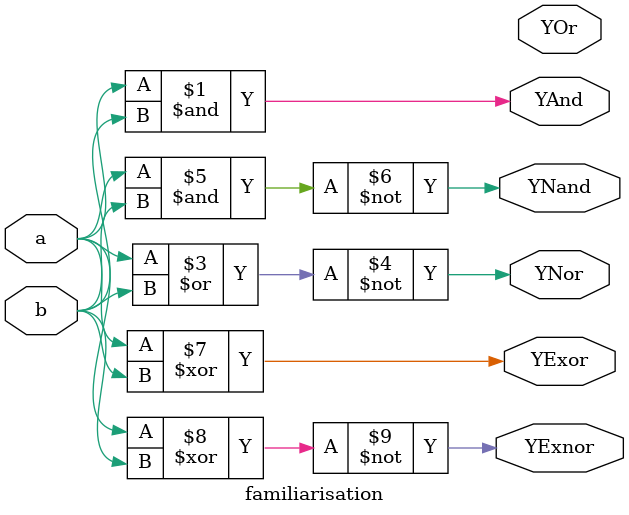
<source format=v>
module familiarisation (YAnd, YOr, YNand, YNor, YExnor, YExor, a, b);
input a,b;
output YAnd, YOr, YNand, YNor, YExnor, YExor;
assign YAnd = a & b;
or o1(Y0r, a,b);
nor nl(YNor, a,b);
assign YNand = ~ (a&b);
assign YExor = a ^ b;
xnor b1(YExnor, a,b);
endmodule
</source>
